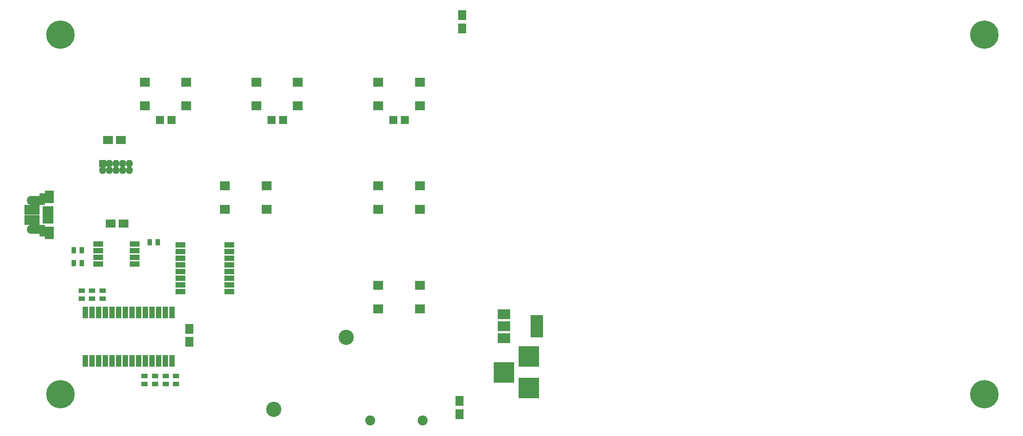
<source format=gbr>
G04 #@! TF.GenerationSoftware,KiCad,Pcbnew,(5.0.0)*
G04 #@! TF.CreationDate,2020-11-20T22:11:44-05:00*
G04 #@! TF.ProjectId,WS2812B Mini Clock,57533238313242204D696E6920436C6F,rev?*
G04 #@! TF.SameCoordinates,Original*
G04 #@! TF.FileFunction,Soldermask,Bot*
G04 #@! TF.FilePolarity,Negative*
%FSLAX46Y46*%
G04 Gerber Fmt 4.6, Leading zero omitted, Abs format (unit mm)*
G04 Created by KiCad (PCBNEW (5.0.0)) date 11/20/20 22:11:44*
%MOMM*%
%LPD*%
G01*
G04 APERTURE LIST*
%ADD10C,5.400000*%
%ADD11C,2.900000*%
%ADD12R,2.900000X1.825000*%
%ADD13R,1.100000X2.225000*%
%ADD14O,3.550000X1.700000*%
%ADD15R,2.150000X0.800000*%
%ADD16R,1.800000X2.400000*%
%ADD17R,1.950000X1.000000*%
%ADD18R,1.650000X1.900000*%
%ADD19R,1.900000X1.650000*%
%ADD20R,1.400000X1.400000*%
%ADD21O,1.400000X1.400000*%
%ADD22R,0.900000X1.300000*%
%ADD23R,1.900000X1.000000*%
%ADD24R,1.600000X1.600000*%
%ADD25R,1.300000X0.900000*%
%ADD26R,1.950000X1.700000*%
%ADD27R,1.000000X2.310000*%
%ADD28C,1.900000*%
%ADD29R,3.900000X3.900000*%
%ADD30R,2.400000X4.200000*%
%ADD31R,2.400000X1.900000*%
G04 APERTURE END LIST*
D10*
G04 #@! TO.C,REF3*
X228000000Y-69500000D03*
G04 #@! TD*
G04 #@! TO.C,REF4*
X228000000Y-138000000D03*
G04 #@! TD*
G04 #@! TO.C,REF2*
X52000000Y-69500000D03*
G04 #@! TD*
D11*
G04 #@! TO.C,U24*
X92618272Y-140881728D03*
X106406854Y-127093146D03*
G04 #@! TD*
D12*
G04 #@! TO.C,USB1*
X46550000Y-104800000D03*
D13*
X48510000Y-100810000D03*
D14*
X47280000Y-101075000D03*
D15*
X49625000Y-102500000D03*
X49625000Y-103150000D03*
X49625000Y-103800000D03*
X49625000Y-104450000D03*
D16*
X49830000Y-100375000D03*
D15*
X49625000Y-105100000D03*
D16*
X49830000Y-107225000D03*
D14*
X47280000Y-106525000D03*
D13*
X48510000Y-106790000D03*
D12*
X46550000Y-102800000D03*
G04 #@! TD*
D17*
G04 #@! TO.C,MCU1*
X59150000Y-109350000D03*
X59150000Y-110615000D03*
X59150000Y-111885000D03*
X59150000Y-113155000D03*
X66150000Y-113155000D03*
X66150000Y-111885000D03*
X66150000Y-110615000D03*
X66150000Y-109345000D03*
G04 #@! TD*
D18*
G04 #@! TO.C,C3*
X128000000Y-139250000D03*
X128000000Y-141750000D03*
G04 #@! TD*
G04 #@! TO.C,C4*
X76500000Y-128000000D03*
X76500000Y-125500000D03*
G04 #@! TD*
D19*
G04 #@! TO.C,C5*
X63500000Y-89500000D03*
X61000000Y-89500000D03*
G04 #@! TD*
D18*
G04 #@! TO.C,C6*
X128500000Y-68250000D03*
X128500000Y-65750000D03*
G04 #@! TD*
D19*
G04 #@! TO.C,C7*
X61500000Y-105500000D03*
X64000000Y-105500000D03*
G04 #@! TD*
D20*
G04 #@! TO.C,J1*
X60000000Y-94000000D03*
D21*
X60000000Y-95270000D03*
X61270000Y-94000000D03*
X61270000Y-95270000D03*
X62540000Y-94000000D03*
X62540000Y-95270000D03*
X63810000Y-94000000D03*
X63810000Y-95270000D03*
X65080000Y-94000000D03*
X65080000Y-95270000D03*
G04 #@! TD*
D22*
G04 #@! TO.C,R1*
X70500000Y-109000000D03*
X69000000Y-109000000D03*
G04 #@! TD*
G04 #@! TO.C,R2*
X54500000Y-113000000D03*
X56000000Y-113000000D03*
G04 #@! TD*
D23*
G04 #@! TO.C,U25*
X84150000Y-109555000D03*
X84150000Y-110825000D03*
X84150000Y-112095000D03*
X84150000Y-113365000D03*
X84150000Y-114635000D03*
X84150000Y-115905000D03*
X84150000Y-117175000D03*
X84150000Y-118445000D03*
X74850000Y-118445000D03*
X74850000Y-117175000D03*
X74850000Y-115905000D03*
X74850000Y-114635000D03*
X74850000Y-113365000D03*
X74850000Y-112095000D03*
X74850000Y-110825000D03*
X74850000Y-109555000D03*
G04 #@! TD*
D22*
G04 #@! TO.C,R3*
X54500000Y-110500000D03*
X56000000Y-110500000D03*
G04 #@! TD*
D24*
G04 #@! TO.C,D1*
X73100000Y-85750000D03*
X70900000Y-85750000D03*
G04 #@! TD*
G04 #@! TO.C,D2*
X117600000Y-85750000D03*
X115400000Y-85750000D03*
G04 #@! TD*
G04 #@! TO.C,D3*
X94350000Y-85750000D03*
X92150000Y-85750000D03*
G04 #@! TD*
D25*
G04 #@! TO.C,R4*
X74000000Y-134500000D03*
X74000000Y-136000000D03*
G04 #@! TD*
G04 #@! TO.C,R5*
X72000000Y-134500000D03*
X72000000Y-136000000D03*
G04 #@! TD*
G04 #@! TO.C,R6*
X70000000Y-134500000D03*
X70000000Y-136000000D03*
G04 #@! TD*
G04 #@! TO.C,R7*
X68000000Y-134500000D03*
X68000000Y-136000000D03*
G04 #@! TD*
G04 #@! TO.C,R8*
X56000000Y-118250000D03*
X56000000Y-119750000D03*
G04 #@! TD*
G04 #@! TO.C,R9*
X58000000Y-118250000D03*
X58000000Y-119750000D03*
G04 #@! TD*
G04 #@! TO.C,R10*
X60000000Y-118250000D03*
X60000000Y-119750000D03*
G04 #@! TD*
D26*
G04 #@! TO.C,SW0*
X68025000Y-83000000D03*
X75975000Y-83000000D03*
X68025000Y-78500000D03*
X75975000Y-78500000D03*
G04 #@! TD*
G04 #@! TO.C,SW1*
X112525000Y-83000000D03*
X120475000Y-83000000D03*
X112525000Y-78500000D03*
X120475000Y-78500000D03*
G04 #@! TD*
G04 #@! TO.C,SW2*
X89275000Y-83000000D03*
X97225000Y-83000000D03*
X89275000Y-78500000D03*
X97225000Y-78500000D03*
G04 #@! TD*
G04 #@! TO.C,SW3*
X83275000Y-102750000D03*
X91225000Y-102750000D03*
X83275000Y-98250000D03*
X91225000Y-98250000D03*
G04 #@! TD*
G04 #@! TO.C,SW4*
X112525000Y-102750000D03*
X120475000Y-102750000D03*
X112525000Y-98250000D03*
X120475000Y-98250000D03*
G04 #@! TD*
G04 #@! TO.C,SW5*
X112525000Y-121750000D03*
X120475000Y-121750000D03*
X112525000Y-117250000D03*
X120475000Y-117250000D03*
G04 #@! TD*
D27*
G04 #@! TO.C,U26*
X56745000Y-131610000D03*
X58015000Y-131610000D03*
X59285000Y-131610000D03*
X60555000Y-131610000D03*
X61825000Y-131610000D03*
X63095000Y-131610000D03*
X64365000Y-131610000D03*
X65635000Y-131610000D03*
X66905000Y-131610000D03*
X68175000Y-131610000D03*
X69445000Y-131610000D03*
X70715000Y-131610000D03*
X71985000Y-131610000D03*
X73255000Y-131610000D03*
X73255000Y-122390000D03*
X71985000Y-122390000D03*
X70715000Y-122390000D03*
X69445000Y-122390000D03*
X68175000Y-122390000D03*
X66905000Y-122390000D03*
X65635000Y-122390000D03*
X64365000Y-122390000D03*
X63095000Y-122390000D03*
X61825000Y-122390000D03*
X60555000Y-122390000D03*
X59285000Y-122390000D03*
X58015000Y-122390000D03*
X56745000Y-122390000D03*
G04 #@! TD*
D10*
G04 #@! TO.C,REF\002A\002A*
X52000000Y-138000000D03*
G04 #@! TD*
D28*
G04 #@! TO.C,J2*
X111000000Y-143000000D03*
G04 #@! TD*
G04 #@! TO.C,J3*
X121000000Y-143000000D03*
G04 #@! TD*
D29*
G04 #@! TO.C,J4*
X141200000Y-130800000D03*
X141200000Y-136800000D03*
X136500000Y-133800000D03*
G04 #@! TD*
D30*
G04 #@! TO.C,U90*
X142750000Y-125000000D03*
D31*
X136450000Y-125000000D03*
X136450000Y-122700000D03*
X136450000Y-127300000D03*
G04 #@! TD*
M02*

</source>
